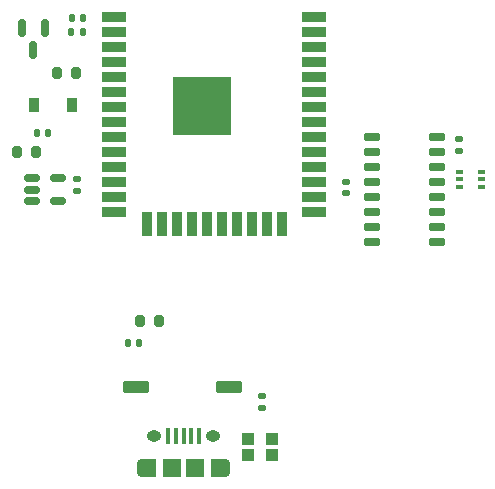
<source format=gbr>
%TF.GenerationSoftware,KiCad,Pcbnew,(6.0.0-0)*%
%TF.CreationDate,2022-09-07T16:36:09-04:00*%
%TF.ProjectId,Dome_Controller,446f6d65-5f43-46f6-9e74-726f6c6c6572,rev?*%
%TF.SameCoordinates,Original*%
%TF.FileFunction,Paste,Top*%
%TF.FilePolarity,Positive*%
%FSLAX46Y46*%
G04 Gerber Fmt 4.6, Leading zero omitted, Abs format (unit mm)*
G04 Created by KiCad (PCBNEW (6.0.0-0)) date 2022-09-07 16:36:09*
%MOMM*%
%LPD*%
G01*
G04 APERTURE LIST*
G04 Aperture macros list*
%AMRoundRect*
0 Rectangle with rounded corners*
0 $1 Rounding radius*
0 $2 $3 $4 $5 $6 $7 $8 $9 X,Y pos of 4 corners*
0 Add a 4 corners polygon primitive as box body*
4,1,4,$2,$3,$4,$5,$6,$7,$8,$9,$2,$3,0*
0 Add four circle primitives for the rounded corners*
1,1,$1+$1,$2,$3*
1,1,$1+$1,$4,$5*
1,1,$1+$1,$6,$7*
1,1,$1+$1,$8,$9*
0 Add four rect primitives between the rounded corners*
20,1,$1+$1,$2,$3,$4,$5,0*
20,1,$1+$1,$4,$5,$6,$7,0*
20,1,$1+$1,$6,$7,$8,$9,0*
20,1,$1+$1,$8,$9,$2,$3,0*%
G04 Aperture macros list end*
%ADD10C,0.010000*%
%ADD11RoundRect,0.135000X-0.185000X0.135000X-0.185000X-0.135000X0.185000X-0.135000X0.185000X0.135000X0*%
%ADD12R,1.000000X1.000000*%
%ADD13RoundRect,0.140000X-0.170000X0.140000X-0.170000X-0.140000X0.170000X-0.140000X0.170000X0.140000X0*%
%ADD14RoundRect,0.200000X-0.200000X-0.275000X0.200000X-0.275000X0.200000X0.275000X-0.200000X0.275000X0*%
%ADD15O,0.890000X1.550000*%
%ADD16O,1.250000X0.950000*%
%ADD17R,0.400000X1.350000*%
%ADD18R,1.500000X1.550000*%
%ADD19R,1.200000X1.550000*%
%ADD20R,2.000000X0.900000*%
%ADD21R,0.900000X2.000000*%
%ADD22R,5.000000X5.000000*%
%ADD23RoundRect,0.140000X0.140000X0.170000X-0.140000X0.170000X-0.140000X-0.170000X0.140000X-0.170000X0*%
%ADD24RoundRect,0.100000X1.000000X0.400000X-1.000000X0.400000X-1.000000X-0.400000X1.000000X-0.400000X0*%
%ADD25R,0.914400X1.219200*%
%ADD26RoundRect,0.150000X-0.150000X0.587500X-0.150000X-0.587500X0.150000X-0.587500X0.150000X0.587500X0*%
%ADD27RoundRect,0.140000X-0.140000X-0.170000X0.140000X-0.170000X0.140000X0.170000X-0.140000X0.170000X0*%
%ADD28RoundRect,0.049600X-0.605400X-0.260400X0.605400X-0.260400X0.605400X0.260400X-0.605400X0.260400X0*%
%ADD29RoundRect,0.150000X-0.512500X-0.150000X0.512500X-0.150000X0.512500X0.150000X-0.512500X0.150000X0*%
%ADD30RoundRect,0.200000X0.200000X0.275000X-0.200000X0.275000X-0.200000X-0.275000X0.200000X-0.275000X0*%
G04 APERTURE END LIST*
D10*
%TO.C,U5*%
X139855000Y-83170800D02*
X140305000Y-83170800D01*
X140305000Y-83170800D02*
X140305000Y-83420800D01*
X140305000Y-83420800D02*
X139855000Y-83420800D01*
X139855000Y-83420800D02*
X139855000Y-83170800D01*
G36*
X140305000Y-83420800D02*
G01*
X139855000Y-83420800D01*
X139855000Y-83170800D01*
X140305000Y-83170800D01*
X140305000Y-83420800D01*
G37*
X140305000Y-83420800D02*
X139855000Y-83420800D01*
X139855000Y-83170800D01*
X140305000Y-83170800D01*
X140305000Y-83420800D01*
X139855000Y-83820800D02*
X140305000Y-83820800D01*
X140305000Y-83820800D02*
X140305000Y-84070800D01*
X140305000Y-84070800D02*
X139855000Y-84070800D01*
X139855000Y-84070800D02*
X139855000Y-83820800D01*
G36*
X140305000Y-84070800D02*
G01*
X139855000Y-84070800D01*
X139855000Y-83820800D01*
X140305000Y-83820800D01*
X140305000Y-84070800D01*
G37*
X140305000Y-84070800D02*
X139855000Y-84070800D01*
X139855000Y-83820800D01*
X140305000Y-83820800D01*
X140305000Y-84070800D01*
X138005000Y-84470800D02*
X138455000Y-84470800D01*
X138455000Y-84470800D02*
X138455000Y-84720800D01*
X138455000Y-84720800D02*
X138005000Y-84720800D01*
X138005000Y-84720800D02*
X138005000Y-84470800D01*
G36*
X138455000Y-84720800D02*
G01*
X138005000Y-84720800D01*
X138005000Y-84470800D01*
X138455000Y-84470800D01*
X138455000Y-84720800D01*
G37*
X138455000Y-84720800D02*
X138005000Y-84720800D01*
X138005000Y-84470800D01*
X138455000Y-84470800D01*
X138455000Y-84720800D01*
X138005000Y-83820800D02*
X138455000Y-83820800D01*
X138455000Y-83820800D02*
X138455000Y-84070800D01*
X138455000Y-84070800D02*
X138005000Y-84070800D01*
X138005000Y-84070800D02*
X138005000Y-83820800D01*
G36*
X138455000Y-84070800D02*
G01*
X138005000Y-84070800D01*
X138005000Y-83820800D01*
X138455000Y-83820800D01*
X138455000Y-84070800D01*
G37*
X138455000Y-84070800D02*
X138005000Y-84070800D01*
X138005000Y-83820800D01*
X138455000Y-83820800D01*
X138455000Y-84070800D01*
X139855000Y-84470800D02*
X140305000Y-84470800D01*
X140305000Y-84470800D02*
X140305000Y-84720800D01*
X140305000Y-84720800D02*
X139855000Y-84720800D01*
X139855000Y-84720800D02*
X139855000Y-84470800D01*
G36*
X140305000Y-84720800D02*
G01*
X139855000Y-84720800D01*
X139855000Y-84470800D01*
X140305000Y-84470800D01*
X140305000Y-84720800D01*
G37*
X140305000Y-84720800D02*
X139855000Y-84720800D01*
X139855000Y-84470800D01*
X140305000Y-84470800D01*
X140305000Y-84720800D01*
X138005000Y-83170800D02*
X138455000Y-83170800D01*
X138455000Y-83170800D02*
X138455000Y-83420800D01*
X138455000Y-83420800D02*
X138005000Y-83420800D01*
X138005000Y-83420800D02*
X138005000Y-83170800D01*
G36*
X138455000Y-83420800D02*
G01*
X138005000Y-83420800D01*
X138005000Y-83170800D01*
X138455000Y-83170800D01*
X138455000Y-83420800D01*
G37*
X138455000Y-83420800D02*
X138005000Y-83420800D01*
X138005000Y-83170800D01*
X138455000Y-83170800D01*
X138455000Y-83420800D01*
%TD*%
D11*
%TO.C,R4*%
X121580000Y-102330000D03*
X121580000Y-103350000D03*
%TD*%
D12*
%TO.C,L1*%
X122375000Y-107320000D03*
X122375000Y-106020000D03*
X120345000Y-106020000D03*
X120345000Y-107320000D03*
%TD*%
D13*
%TO.C,C4*%
X138220000Y-80620000D03*
X138220000Y-81580000D03*
%TD*%
D14*
%TO.C,R2*%
X104165000Y-75030000D03*
X105815000Y-75030000D03*
%TD*%
%TO.C,R3*%
X100755000Y-81700000D03*
X102405000Y-81700000D03*
%TD*%
D15*
%TO.C,J1*%
X118400000Y-108450000D03*
D16*
X112400000Y-105750000D03*
D15*
X111400000Y-108450000D03*
D16*
X117400000Y-105750000D03*
D17*
X113600000Y-105750000D03*
X114250000Y-105750000D03*
X114900000Y-105750000D03*
X115550000Y-105750000D03*
X116200000Y-105750000D03*
D18*
X115900000Y-108450000D03*
D19*
X112000000Y-108450000D03*
X117800000Y-108450000D03*
D18*
X113900000Y-108450000D03*
%TD*%
D20*
%TO.C,U1*%
X108980000Y-70245000D03*
X108980000Y-71515000D03*
X108980000Y-72785000D03*
X108980000Y-74055000D03*
X108980000Y-75325000D03*
X108980000Y-76595000D03*
X108980000Y-77865000D03*
X108980000Y-79135000D03*
X108980000Y-80405000D03*
X108980000Y-81675000D03*
X108980000Y-82945000D03*
X108980000Y-84215000D03*
X108980000Y-85485000D03*
X108980000Y-86755000D03*
D21*
X111765000Y-87755000D03*
X113035000Y-87755000D03*
X114305000Y-87755000D03*
X115575000Y-87755000D03*
X116845000Y-87755000D03*
X118115000Y-87755000D03*
X119385000Y-87755000D03*
X120655000Y-87755000D03*
X121925000Y-87755000D03*
X123195000Y-87755000D03*
D20*
X125980000Y-86755000D03*
X125980000Y-85485000D03*
X125980000Y-84215000D03*
X125980000Y-82945000D03*
X125980000Y-81675000D03*
X125980000Y-80405000D03*
X125980000Y-79135000D03*
X125980000Y-77865000D03*
X125980000Y-76595000D03*
X125980000Y-75325000D03*
X125980000Y-74055000D03*
X125980000Y-72785000D03*
X125980000Y-71515000D03*
X125980000Y-70245000D03*
D22*
X116480000Y-77745000D03*
%TD*%
D23*
%TO.C,C3*%
X106350000Y-71550000D03*
X105390000Y-71550000D03*
%TD*%
%TO.C,C5*%
X103440000Y-80110000D03*
X102480000Y-80110000D03*
%TD*%
%TO.C,C2*%
X106390000Y-70320000D03*
X105430000Y-70320000D03*
%TD*%
D24*
%TO.C,SW1*%
X118705000Y-101600000D03*
X110905000Y-101600000D03*
%TD*%
D13*
%TO.C,C7*%
X105870000Y-83990000D03*
X105870000Y-84950000D03*
%TD*%
D25*
%TO.C,CR1*%
X105476800Y-77738500D03*
X102200200Y-77738500D03*
%TD*%
D26*
%TO.C,U2*%
X103130000Y-71142500D03*
X101230000Y-71142500D03*
X102180000Y-73017500D03*
%TD*%
D13*
%TO.C,C6*%
X128680000Y-84190000D03*
X128680000Y-85150000D03*
%TD*%
D27*
%TO.C,C1*%
X110180000Y-97890000D03*
X111140000Y-97890000D03*
%TD*%
D28*
%TO.C,U4*%
X130845000Y-80395000D03*
X130845000Y-81665000D03*
X130845000Y-82935000D03*
X130845000Y-84205000D03*
X130845000Y-85475000D03*
X130845000Y-86745000D03*
X130845000Y-88015000D03*
X130845000Y-89285000D03*
X136345000Y-89285000D03*
X136345000Y-88015000D03*
X136345000Y-86745000D03*
X136345000Y-85475000D03*
X136345000Y-84205000D03*
X136345000Y-82935000D03*
X136345000Y-81665000D03*
X136345000Y-80395000D03*
%TD*%
D29*
%TO.C,U3*%
X102032500Y-83920000D03*
X102032500Y-84870000D03*
X102032500Y-85820000D03*
X104307500Y-85820000D03*
X104307500Y-83920000D03*
%TD*%
D30*
%TO.C,R1*%
X112855000Y-96010000D03*
X111205000Y-96010000D03*
%TD*%
M02*

</source>
